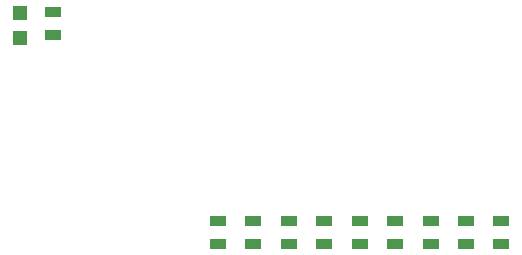
<source format=gtp>
G04 (created by PCBNEW-RS274X (2011-nov-30)-testing) date Wed 20 Jun 2012 12:50:12 PM EDT*
%MOIN*%
G04 Gerber Fmt 3.4, Leading zero omitted, Abs format*
%FSLAX34Y34*%
G01*
G70*
G90*
G04 APERTURE LIST*
%ADD10C,0.006*%
%ADD11R,0.055X0.035*%
%ADD12R,0.0472X0.0472*%
G04 APERTURE END LIST*
G54D10*
G54D11*
X8677Y11462D03*
X8677Y10712D03*
G54D12*
X2063Y18390D03*
X2063Y17564D03*
G54D11*
X9858Y10712D03*
X9858Y11462D03*
X11039Y10712D03*
X11039Y11462D03*
X12220Y10712D03*
X12220Y11462D03*
X13402Y10711D03*
X13402Y11461D03*
X14583Y10711D03*
X14583Y11461D03*
X15764Y10711D03*
X15764Y11461D03*
X16945Y10711D03*
X16945Y11461D03*
X18127Y10711D03*
X18127Y11461D03*
X3166Y17681D03*
X3166Y18431D03*
M02*

</source>
